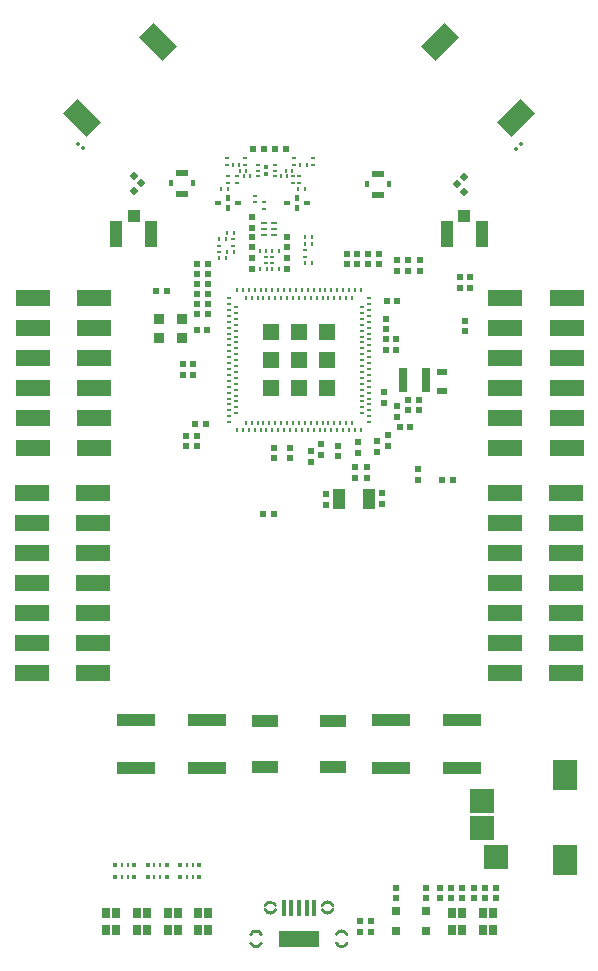
<source format=gtp>
G04*
G04 #@! TF.GenerationSoftware,Altium Limited,Altium Designer,19.1.5 (86)*
G04*
G04 Layer_Color=8421504*
%FSLAX44Y44*%
%MOMM*%
G71*
G01*
G75*
%ADD11C,0.2500*%
%ADD20R,0.4000X0.3250*%
%ADD21R,0.4000X0.3250*%
%ADD22R,1.4000X1.4000*%
%ADD23R,0.5500X0.5500*%
%ADD24R,0.2500X0.3000*%
%ADD25R,0.5500X0.5500*%
%ADD26R,0.3000X0.5000*%
%ADD27R,0.5000X0.3000*%
%ADD28R,0.4000X0.5000*%
%ADD29R,1.1000X0.4700*%
%ADD30R,3.0000X1.4000*%
%ADD31R,3.2000X1.0000*%
%ADD32R,2.2500X1.0500*%
%ADD33R,0.6500X0.8500*%
%ADD34R,0.4000X1.3500*%
%ADD35R,3.4000X1.3500*%
%ADD36R,0.2500X0.4500*%
%ADD37R,0.3500X0.4500*%
%ADD38R,0.7000X0.7000*%
G04:AMPARAMS|DCode=39|XSize=1.7mm|YSize=2.8mm|CornerRadius=0mm|HoleSize=0mm|Usage=FLASHONLY|Rotation=225.000|XOffset=0mm|YOffset=0mm|HoleType=Round|Shape=Rectangle|*
%AMROTATEDRECTD39*
4,1,4,-0.3889,1.5910,1.5910,-0.3889,0.3889,-1.5910,-1.5910,0.3889,-0.3889,1.5910,0.0*
%
%ADD39ROTATEDRECTD39*%

G04:AMPARAMS|DCode=40|XSize=1.7mm|YSize=2.8mm|CornerRadius=0mm|HoleSize=0mm|Usage=FLASHONLY|Rotation=315.000|XOffset=0mm|YOffset=0mm|HoleType=Round|Shape=Rectangle|*
%AMROTATEDRECTD40*
4,1,4,-1.5910,-0.3889,0.3889,1.5910,1.5910,0.3889,-0.3889,-1.5910,-1.5910,-0.3889,0.0*
%
%ADD40ROTATEDRECTD40*%

%ADD41R,0.3000X0.2500*%
%ADD42R,0.5500X0.2500*%
%ADD43R,0.3500X0.2500*%
%ADD44R,0.2000X0.2000*%
G04:AMPARAMS|DCode=45|XSize=0.25mm|YSize=0.3mm|CornerRadius=0mm|HoleSize=0mm|Usage=FLASHONLY|Rotation=45.000|XOffset=0mm|YOffset=0mm|HoleType=Round|Shape=Rectangle|*
%AMROTATEDRECTD45*
4,1,4,0.0177,-0.1945,-0.1945,0.0177,-0.0177,0.1945,0.1945,-0.0177,0.0177,-0.1945,0.0*
%
%ADD45ROTATEDRECTD45*%

G04:AMPARAMS|DCode=46|XSize=0.25mm|YSize=0.3mm|CornerRadius=0mm|HoleSize=0mm|Usage=FLASHONLY|Rotation=135.000|XOffset=0mm|YOffset=0mm|HoleType=Round|Shape=Rectangle|*
%AMROTATEDRECTD46*
4,1,4,0.1945,0.0177,-0.0177,-0.1945,-0.1945,-0.0177,0.0177,0.1945,0.1945,0.0177,0.0*
%
%ADD46ROTATEDRECTD46*%

%ADD47R,1.0500X2.2000*%
%ADD48R,1.0000X1.0500*%
%ADD49R,0.9500X0.8500*%
%ADD50P,0.7778X4X360.0*%
%ADD51R,0.9500X0.5500*%
%ADD52R,1.0000X1.8000*%
%ADD53R,2.0000X2.5000*%
%ADD54R,2.0000X2.0000*%
%ADD55R,0.8000X2.0000*%
%ADD56R,0.2200X0.4500*%
%ADD57R,0.4500X0.2200*%
%ADD58R,0.1900X0.4500*%
%ADD59R,0.4500X0.1900*%
D11*
X230160Y48264D02*
G03*
X221340Y48264I-4410J-1764D01*
G01*
Y44736D02*
G03*
X230160Y44736I4410J1764D01*
G01*
X278660Y48264D02*
G03*
X269840Y48264I-4410J-1764D01*
G01*
Y44736D02*
G03*
X278660Y44736I4410J1764D01*
G01*
X218160Y23764D02*
G03*
X209340Y23764I-4410J-1764D01*
G01*
Y16286D02*
G03*
X218160Y16286I4410J1764D01*
G01*
X281840D02*
G03*
X290660Y16286I4410J1764D01*
G01*
Y23764D02*
G03*
X281840Y23764I-4410J-1764D01*
G01*
D20*
X222250Y667875D02*
D03*
D21*
Y673125D02*
D03*
D22*
X250000Y510000D02*
D03*
X226500D02*
D03*
Y486500D02*
D03*
X250000D02*
D03*
X226500Y533500D02*
D03*
X250250Y533500D02*
D03*
X273500D02*
D03*
Y510000D02*
D03*
Y486500D02*
D03*
D23*
X350750Y417750D02*
D03*
X350750Y408750D02*
D03*
X299750Y431500D02*
D03*
Y440500D02*
D03*
X315750Y432500D02*
D03*
Y441500D02*
D03*
X283250Y437500D02*
D03*
Y428500D02*
D03*
X260000Y432750D02*
D03*
Y423750D02*
D03*
X307500Y419500D02*
D03*
Y410500D02*
D03*
X325250Y446250D02*
D03*
Y437250D02*
D03*
X320500Y388250D02*
D03*
Y397250D02*
D03*
X228750Y435750D02*
D03*
Y426750D02*
D03*
X242500Y435750D02*
D03*
Y426750D02*
D03*
X273000Y396250D02*
D03*
Y387250D02*
D03*
X352500Y585750D02*
D03*
Y594750D02*
D03*
X333000Y585750D02*
D03*
Y594750D02*
D03*
X311250Y35250D02*
D03*
Y26250D02*
D03*
X301750Y35250D02*
D03*
Y26250D02*
D03*
X332000Y63250D02*
D03*
Y54250D02*
D03*
X358000Y63250D02*
D03*
Y54250D02*
D03*
X369500Y63250D02*
D03*
Y54250D02*
D03*
X379000D02*
D03*
Y63250D02*
D03*
X388500Y54250D02*
D03*
Y63250D02*
D03*
X398000Y63250D02*
D03*
Y54250D02*
D03*
X407500Y54250D02*
D03*
Y63250D02*
D03*
X417000Y54250D02*
D03*
Y63250D02*
D03*
X210250Y596500D02*
D03*
Y587500D02*
D03*
X239750Y596500D02*
D03*
Y587500D02*
D03*
X210250Y631000D02*
D03*
Y622000D02*
D03*
X239750Y605500D02*
D03*
Y614500D02*
D03*
X332750Y471250D02*
D03*
Y462250D02*
D03*
X323500Y545000D02*
D03*
Y536000D02*
D03*
X351500Y467500D02*
D03*
Y476500D02*
D03*
X297750Y419500D02*
D03*
Y410500D02*
D03*
X268750Y439000D02*
D03*
Y430000D02*
D03*
X290500Y591000D02*
D03*
Y600000D02*
D03*
X299500Y591000D02*
D03*
Y600000D02*
D03*
X308500Y591000D02*
D03*
Y600000D02*
D03*
X317500Y591000D02*
D03*
Y600000D02*
D03*
X210250Y614500D02*
D03*
Y605500D02*
D03*
X342250Y467500D02*
D03*
Y476500D02*
D03*
X322000Y474000D02*
D03*
Y483000D02*
D03*
X342750Y585750D02*
D03*
Y594750D02*
D03*
X391000Y534500D02*
D03*
Y543500D02*
D03*
D24*
X260750Y614250D02*
D03*
X255250D02*
D03*
X232750Y586750D02*
D03*
X227250D02*
D03*
X222750D02*
D03*
X217250D02*
D03*
X222500Y602750D02*
D03*
X217000D02*
D03*
X233000D02*
D03*
X227500D02*
D03*
X189500Y601750D02*
D03*
X195000D02*
D03*
X188250Y596250D02*
D03*
X182750D02*
D03*
X188250Y612250D02*
D03*
X182750D02*
D03*
X261000Y592000D02*
D03*
X255500D02*
D03*
X260750Y608500D02*
D03*
X255250D02*
D03*
X254750Y655000D02*
D03*
X249250D02*
D03*
X184250D02*
D03*
X189750D02*
D03*
X251000Y675500D02*
D03*
X256500D02*
D03*
X199501D02*
D03*
X194000D02*
D03*
X189250Y617750D02*
D03*
X194750D02*
D03*
X205500Y670500D02*
D03*
X200000D02*
D03*
X203250Y665500D02*
D03*
X208750D02*
D03*
X240250D02*
D03*
X234750D02*
D03*
X239000Y670500D02*
D03*
X244500D02*
D03*
D25*
X154500Y446000D02*
D03*
X163500D02*
D03*
X154500Y437250D02*
D03*
X163500D02*
D03*
X371500Y408750D02*
D03*
X380500D02*
D03*
X129250Y568500D02*
D03*
X138250D02*
D03*
X164000Y574750D02*
D03*
X173000D02*
D03*
X171000Y455750D02*
D03*
X162000D02*
D03*
X395250Y570750D02*
D03*
X386250D02*
D03*
X386250Y580250D02*
D03*
X395250D02*
D03*
X163500Y535250D02*
D03*
X172500D02*
D03*
X151500Y497750D02*
D03*
X160500D02*
D03*
X151500Y506750D02*
D03*
X160500D02*
D03*
X164000Y583250D02*
D03*
X173000D02*
D03*
X164000Y566250D02*
D03*
X173000D02*
D03*
X164000Y549250D02*
D03*
X173000D02*
D03*
X323500Y527500D02*
D03*
X332500D02*
D03*
X323500Y518750D02*
D03*
X332500D02*
D03*
X324250Y560000D02*
D03*
X333250D02*
D03*
X335250Y453000D02*
D03*
X344250D02*
D03*
X229000Y379500D02*
D03*
X220000D02*
D03*
X173000Y591750D02*
D03*
X164000D02*
D03*
X173000Y557750D02*
D03*
X164000D02*
D03*
X220500Y688750D02*
D03*
X211500D02*
D03*
X229750D02*
D03*
X238750D02*
D03*
D26*
X189750Y647500D02*
D03*
Y638500D02*
D03*
X248500Y647500D02*
D03*
Y638500D02*
D03*
D27*
X181250Y643000D02*
D03*
X198250D02*
D03*
X240000Y643000D02*
D03*
X257000D02*
D03*
D28*
X307500Y659000D02*
D03*
X326500D02*
D03*
X160500Y659750D02*
D03*
X141500D02*
D03*
D29*
X317000Y668000D02*
D03*
Y650000D02*
D03*
X151000Y650750D02*
D03*
Y668750D02*
D03*
D30*
X76570Y435390D02*
D03*
Y460790D02*
D03*
Y486190D02*
D03*
Y511590D02*
D03*
Y536990D02*
D03*
Y562390D02*
D03*
X24570D02*
D03*
Y536990D02*
D03*
Y511590D02*
D03*
Y486190D02*
D03*
Y460790D02*
D03*
Y435390D02*
D03*
X76000Y244890D02*
D03*
Y270290D02*
D03*
Y295690D02*
D03*
Y321090D02*
D03*
Y346490D02*
D03*
Y371890D02*
D03*
Y397290D02*
D03*
X24000D02*
D03*
Y371890D02*
D03*
Y346490D02*
D03*
Y321090D02*
D03*
Y295690D02*
D03*
Y270290D02*
D03*
Y244890D02*
D03*
X476570Y435390D02*
D03*
Y460790D02*
D03*
Y486190D02*
D03*
Y511590D02*
D03*
Y536990D02*
D03*
Y562390D02*
D03*
X424570D02*
D03*
Y536990D02*
D03*
Y511590D02*
D03*
Y486190D02*
D03*
Y460790D02*
D03*
Y435390D02*
D03*
X476500Y244890D02*
D03*
Y270290D02*
D03*
Y295690D02*
D03*
Y321090D02*
D03*
Y346490D02*
D03*
Y371890D02*
D03*
Y397290D02*
D03*
X424500D02*
D03*
Y371890D02*
D03*
Y346490D02*
D03*
Y321090D02*
D03*
Y295690D02*
D03*
Y270290D02*
D03*
Y244890D02*
D03*
D31*
X328000Y205000D02*
D03*
Y165000D02*
D03*
X388000D02*
D03*
Y205000D02*
D03*
X112000D02*
D03*
Y165000D02*
D03*
X172000D02*
D03*
Y205000D02*
D03*
D32*
X278750Y204750D02*
D03*
Y165250D02*
D03*
X221250D02*
D03*
Y204750D02*
D03*
D33*
X164750Y27750D02*
D03*
Y42250D02*
D03*
X173250Y27750D02*
D03*
Y42250D02*
D03*
X138750Y27750D02*
D03*
Y42250D02*
D03*
X147250Y27750D02*
D03*
Y42250D02*
D03*
X112750Y27750D02*
D03*
Y42250D02*
D03*
X121250Y27750D02*
D03*
Y42250D02*
D03*
X414250D02*
D03*
Y27750D02*
D03*
X405750D02*
D03*
Y42250D02*
D03*
X388250D02*
D03*
Y27750D02*
D03*
X379750D02*
D03*
Y42250D02*
D03*
X86750Y27750D02*
D03*
Y42250D02*
D03*
X95250Y27750D02*
D03*
Y42250D02*
D03*
D34*
X250000Y45750D02*
D03*
X243500D02*
D03*
X237000D02*
D03*
X256500D02*
D03*
X263000D02*
D03*
D35*
X250000Y20000D02*
D03*
D36*
X105000Y82250D02*
D03*
Y72750D02*
D03*
X100000D02*
D03*
Y82250D02*
D03*
X160000Y82250D02*
D03*
Y72750D02*
D03*
X155000D02*
D03*
Y82250D02*
D03*
X132500D02*
D03*
Y72750D02*
D03*
X127500D02*
D03*
Y82250D02*
D03*
D37*
X110500Y82250D02*
D03*
Y72750D02*
D03*
X94500Y82250D02*
D03*
Y72750D02*
D03*
X165500Y82250D02*
D03*
Y72750D02*
D03*
X149500Y82250D02*
D03*
Y72750D02*
D03*
X138000Y82250D02*
D03*
Y72750D02*
D03*
X122000Y82250D02*
D03*
Y72750D02*
D03*
D38*
X358000Y43250D02*
D03*
Y26750D02*
D03*
X332000Y43250D02*
D03*
Y26750D02*
D03*
D39*
X66077Y715077D02*
D03*
X130423Y779424D02*
D03*
D40*
X434173Y715077D02*
D03*
X369827Y779424D02*
D03*
D41*
X227500Y597500D02*
D03*
Y592000D02*
D03*
X222500Y597500D02*
D03*
Y592000D02*
D03*
X220750Y638250D02*
D03*
Y643750D02*
D03*
X212500Y649250D02*
D03*
Y643750D02*
D03*
X182750Y601500D02*
D03*
Y607000D02*
D03*
X194500D02*
D03*
Y612500D02*
D03*
X255500Y597500D02*
D03*
Y603000D02*
D03*
X250000Y665750D02*
D03*
Y660250D02*
D03*
X244750Y660250D02*
D03*
Y665750D02*
D03*
X190000Y665500D02*
D03*
Y660000D02*
D03*
X246000Y681000D02*
D03*
Y675500D02*
D03*
X261750Y681000D02*
D03*
Y675500D02*
D03*
X188750Y681000D02*
D03*
Y675500D02*
D03*
X204750Y681000D02*
D03*
Y675500D02*
D03*
X197500Y660000D02*
D03*
X197500Y665500D02*
D03*
D42*
X229250Y616001D02*
D03*
X220750D02*
D03*
X229250Y626001D02*
D03*
Y621000D02*
D03*
X220750D02*
D03*
Y626001D02*
D03*
D43*
X215000Y665500D02*
D03*
Y675500D02*
D03*
Y670500D02*
D03*
X229500Y665500D02*
D03*
Y670500D02*
D03*
Y675500D02*
D03*
D44*
X222250Y668000D02*
D03*
D45*
X433806Y688806D02*
D03*
X437694Y692695D02*
D03*
D46*
X66945Y689305D02*
D03*
X63056Y693195D02*
D03*
D47*
X95250Y617000D02*
D03*
X124750D02*
D03*
X375250Y617000D02*
D03*
X404750D02*
D03*
D48*
X110000Y632250D02*
D03*
X390000Y632250D02*
D03*
D49*
X131250Y529000D02*
D03*
Y544500D02*
D03*
X150750Y529000D02*
D03*
Y544500D02*
D03*
D50*
X110068Y653318D02*
D03*
X116432Y659682D02*
D03*
X110068Y666046D02*
D03*
X389932Y665432D02*
D03*
X383568Y659068D02*
D03*
X389932Y652704D02*
D03*
D51*
X371000Y500250D02*
D03*
Y484250D02*
D03*
D52*
X309250Y392750D02*
D03*
X284250D02*
D03*
D53*
X475000Y158500D02*
D03*
Y86500D02*
D03*
D54*
X405000Y137000D02*
D03*
Y114000D02*
D03*
X417000Y89000D02*
D03*
D55*
X338000Y493500D02*
D03*
X358000D02*
D03*
D56*
X205000Y563000D02*
D03*
X210000D02*
D03*
X215000D02*
D03*
X220000D02*
D03*
X225000D02*
D03*
X230000D02*
D03*
X235000D02*
D03*
X240000D02*
D03*
X245000D02*
D03*
X250000D02*
D03*
X255000D02*
D03*
X260000D02*
D03*
X265000D02*
D03*
X270000D02*
D03*
X275000D02*
D03*
X280000D02*
D03*
X285000D02*
D03*
X290000D02*
D03*
X295000D02*
D03*
Y457000D02*
D03*
X290000D02*
D03*
X285000D02*
D03*
X280000D02*
D03*
X275000D02*
D03*
X270000D02*
D03*
X265000D02*
D03*
X260000D02*
D03*
X255000D02*
D03*
X250000D02*
D03*
X245000D02*
D03*
X240000D02*
D03*
X235000D02*
D03*
X230000D02*
D03*
X225000D02*
D03*
X220000D02*
D03*
X215000D02*
D03*
X210000D02*
D03*
X205000D02*
D03*
D57*
X303000Y555000D02*
D03*
Y550000D02*
D03*
Y545000D02*
D03*
Y540000D02*
D03*
Y535000D02*
D03*
Y530000D02*
D03*
Y525000D02*
D03*
Y520000D02*
D03*
Y515000D02*
D03*
Y510000D02*
D03*
Y505000D02*
D03*
Y500000D02*
D03*
Y495000D02*
D03*
Y490000D02*
D03*
Y485000D02*
D03*
Y480000D02*
D03*
Y475000D02*
D03*
Y470000D02*
D03*
Y465000D02*
D03*
X197000D02*
D03*
Y470000D02*
D03*
Y475000D02*
D03*
Y480000D02*
D03*
Y485000D02*
D03*
Y490000D02*
D03*
Y495000D02*
D03*
Y500000D02*
D03*
Y505000D02*
D03*
Y510000D02*
D03*
Y515000D02*
D03*
Y520000D02*
D03*
Y525000D02*
D03*
Y530000D02*
D03*
Y535000D02*
D03*
Y540000D02*
D03*
Y545000D02*
D03*
Y550000D02*
D03*
Y555000D02*
D03*
D58*
X197500Y569250D02*
D03*
X202500D02*
D03*
X207500D02*
D03*
X212500D02*
D03*
X217500D02*
D03*
X222500D02*
D03*
X227500D02*
D03*
X232500D02*
D03*
X237500D02*
D03*
X242500D02*
D03*
X247500D02*
D03*
X252500D02*
D03*
X257500D02*
D03*
X262500D02*
D03*
X267500D02*
D03*
X272500D02*
D03*
X277500D02*
D03*
X282500D02*
D03*
X287500D02*
D03*
X292500D02*
D03*
X297500D02*
D03*
X302500D02*
D03*
Y450750D02*
D03*
X297500D02*
D03*
X292500D02*
D03*
X287500D02*
D03*
X282500D02*
D03*
X277500D02*
D03*
X272500D02*
D03*
X267500D02*
D03*
X262500D02*
D03*
X257500D02*
D03*
X252500D02*
D03*
X247500D02*
D03*
X242500D02*
D03*
X237500D02*
D03*
X232500D02*
D03*
X227500D02*
D03*
X222500D02*
D03*
X217500D02*
D03*
X212500D02*
D03*
X207500D02*
D03*
X202500D02*
D03*
X197500D02*
D03*
D59*
X309250Y562500D02*
D03*
Y557500D02*
D03*
Y552500D02*
D03*
Y547500D02*
D03*
Y542500D02*
D03*
Y537500D02*
D03*
Y532500D02*
D03*
Y527500D02*
D03*
Y522500D02*
D03*
Y517500D02*
D03*
Y512500D02*
D03*
Y507500D02*
D03*
Y502500D02*
D03*
Y497500D02*
D03*
Y492500D02*
D03*
Y487500D02*
D03*
Y482500D02*
D03*
Y477500D02*
D03*
Y472500D02*
D03*
Y467500D02*
D03*
Y462500D02*
D03*
Y457500D02*
D03*
X190750D02*
D03*
Y462500D02*
D03*
Y467500D02*
D03*
Y472500D02*
D03*
Y477500D02*
D03*
Y482500D02*
D03*
Y487500D02*
D03*
Y492500D02*
D03*
Y497500D02*
D03*
Y502500D02*
D03*
Y507500D02*
D03*
Y512500D02*
D03*
Y517500D02*
D03*
Y522500D02*
D03*
Y527500D02*
D03*
Y532500D02*
D03*
Y537500D02*
D03*
Y542500D02*
D03*
Y547500D02*
D03*
Y552500D02*
D03*
Y557500D02*
D03*
Y562500D02*
D03*
M02*

</source>
